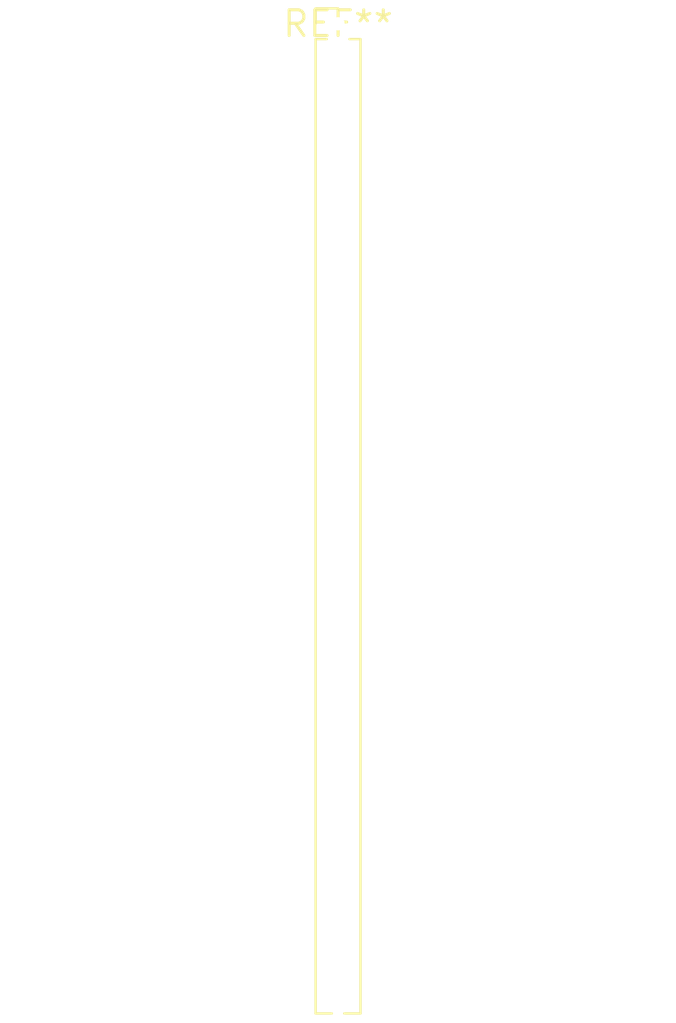
<source format=kicad_pcb>
(kicad_pcb (version 20240108) (generator pcbnew)
  (layers (0 "F.Cu" signal) (31 "B.Cu" signal) (34 "B.Paste" user) (35 "F.Paste" user) (36 "B.SilkS" user "B.Silkscreen") (37 "F.SilkS" user "F.Silkscreen") (38 "B.Mask" user) (39 "F.Mask" user) (44 "Edge.Cuts" user))
  (net 0 "")
  (footprint "PinHeader_1x39_P1.27mm_Vertical" (layer "F.Cu") (at 0 0)
    (property "Reference" "REF**")
    (property "Value" "PinHeader_1x39_P1.27mm_Vertical")
    (fp_line (start -1.11 -0.76) (end 0 -0.76) (layer "F.SilkS") (stroke (width 0.12)))
    (fp_line (start -1.11 0) (end -1.11 -0.76) (layer "F.SilkS") (stroke (width 0.12)))
    (fp_line (start -1.11 0.76) (end -1.11 48.955) (layer "F.SilkS") (stroke (width 0.12)))
    (fp_line (start -1.11 0.76) (end -0.563471 0.76) (layer "F.SilkS") (stroke (width 0.12)))
    (fp_line (start -1.11 48.955) (end -0.30753 48.955) (layer "F.SilkS") (stroke (width 0.12)))
    (fp_line (start 0.30753 48.955) (end 1.11 48.955) (layer "F.SilkS") (stroke (width 0.12)))
    (fp_line (start 0.563471 0.76) (end 1.11 0.76) (layer "F.SilkS") (stroke (width 0.12)))
    (fp_line (start 1.11 0.76) (end 1.11 48.955) (layer "F.SilkS") (stroke (width 0.12)))
    (pad "1" thru_hole rect (at 0 0) (size 1 1) (drill 0.65) (layers *.Cu *.Mask) (remove_unused_layers))
    (pad "2" thru_hole oval (at 0 1.27) (size 1 1) (drill 0.65) (layers *.Cu *.Mask) (remove_unused_layers))
    (pad "3" thru_hole oval (at 0 2.54) (size 1 1) (drill 0.65) (layers *.Cu *.Mask) (remove_unused_layers))
    (pad "4" thru_hole oval (at 0 3.81) (size 1 1) (drill 0.65) (layers *.Cu *.Mask) (remove_unused_layers))
    (pad "5" thru_hole oval (at 0 5.08) (size 1 1) (drill 0.65) (layers *.Cu *.Mask) (remove_unused_layers))
    (pad "6" thru_hole oval (at 0 6.35) (size 1 1) (drill 0.65) (layers *.Cu *.Mask) (remove_unused_layers))
    (pad "7" thru_hole oval (at 0 7.62) (size 1 1) (drill 0.65) (layers *.Cu *.Mask) (remove_unused_layers))
    (pad "8" thru_hole oval (at 0 8.89) (size 1 1) (drill 0.65) (layers *.Cu *.Mask) (remove_unused_layers))
    (pad "9" thru_hole oval (at 0 10.16) (size 1 1) (drill 0.65) (layers *.Cu *.Mask) (remove_unused_layers))
    (pad "10" thru_hole oval (at 0 11.43) (size 1 1) (drill 0.65) (layers *.Cu *.Mask) (remove_unused_layers))
    (pad "11" thru_hole oval (at 0 12.7) (size 1 1) (drill 0.65) (layers *.Cu *.Mask) (remove_unused_layers))
    (pad "12" thru_hole oval (at 0 13.97) (size 1 1) (drill 0.65) (layers *.Cu *.Mask) (remove_unused_layers))
    (pad "13" thru_hole oval (at 0 15.24) (size 1 1) (drill 0.65) (layers *.Cu *.Mask) (remove_unused_layers))
    (pad "14" thru_hole oval (at 0 16.51) (size 1 1) (drill 0.65) (layers *.Cu *.Mask) (remove_unused_layers))
    (pad "15" thru_hole oval (at 0 17.78) (size 1 1) (drill 0.65) (layers *.Cu *.Mask) (remove_unused_layers))
    (pad "16" thru_hole oval (at 0 19.05) (size 1 1) (drill 0.65) (layers *.Cu *.Mask) (remove_unused_layers))
    (pad "17" thru_hole oval (at 0 20.32) (size 1 1) (drill 0.65) (layers *.Cu *.Mask) (remove_unused_layers))
    (pad "18" thru_hole oval (at 0 21.59) (size 1 1) (drill 0.65) (layers *.Cu *.Mask) (remove_unused_layers))
    (pad "19" thru_hole oval (at 0 22.86) (size 1 1) (drill 0.65) (layers *.Cu *.Mask) (remove_unused_layers))
    (pad "20" thru_hole oval (at 0 24.13) (size 1 1) (drill 0.65) (layers *.Cu *.Mask) (remove_unused_layers))
    (pad "21" thru_hole oval (at 0 25.4) (size 1 1) (drill 0.65) (layers *.Cu *.Mask) (remove_unused_layers))
    (pad "22" thru_hole oval (at 0 26.67) (size 1 1) (drill 0.65) (layers *.Cu *.Mask) (remove_unused_layers))
    (pad "23" thru_hole oval (at 0 27.94) (size 1 1) (drill 0.65) (layers *.Cu *.Mask) (remove_unused_layers))
    (pad "24" thru_hole oval (at 0 29.21) (size 1 1) (drill 0.65) (layers *.Cu *.Mask) (remove_unused_layers))
    (pad "25" thru_hole oval (at 0 30.48) (size 1 1) (drill 0.65) (layers *.Cu *.Mask) (remove_unused_layers))
    (pad "26" thru_hole oval (at 0 31.75) (size 1 1) (drill 0.65) (layers *.Cu *.Mask) (remove_unused_layers))
    (pad "27" thru_hole oval (at 0 33.02) (size 1 1) (drill 0.65) (layers *.Cu *.Mask) (remove_unused_layers))
    (pad "28" thru_hole oval (at 0 34.29) (size 1 1) (drill 0.65) (layers *.Cu *.Mask) (remove_unused_layers))
    (pad "29" thru_hole oval (at 0 35.56) (size 1 1) (drill 0.65) (layers *.Cu *.Mask) (remove_unused_layers))
    (pad "30" thru_hole oval (at 0 36.83) (size 1 1) (drill 0.65) (layers *.Cu *.Mask) (remove_unused_layers))
    (pad "31" thru_hole oval (at 0 38.1) (size 1 1) (drill 0.65) (layers *.Cu *.Mask) (remove_unused_layers))
    (pad "32" thru_hole oval (at 0 39.37) (size 1 1) (drill 0.65) (layers *.Cu *.Mask) (remove_unused_layers))
    (pad "33" thru_hole oval (at 0 40.64) (size 1 1) (drill 0.65) (layers *.Cu *.Mask) (remove_unused_layers))
    (pad "34" thru_hole oval (at 0 41.91) (size 1 1) (drill 0.65) (layers *.Cu *.Mask) (remove_unused_layers))
    (pad "35" thru_hole oval (at 0 43.18) (size 1 1) (drill 0.65) (layers *.Cu *.Mask) (remove_unused_layers))
    (pad "36" thru_hole oval (at 0 44.45) (size 1 1) (drill 0.65) (layers *.Cu *.Mask) (remove_unused_layers))
    (pad "37" thru_hole oval (at 0 45.72) (size 1 1) (drill 0.65) (layers *.Cu *.Mask) (remove_unused_layers))
    (pad "38" thru_hole oval (at 0 46.99) (size 1 1) (drill 0.65) (layers *.Cu *.Mask) (remove_unused_layers))
    (pad "39" thru_hole oval (at 0 48.26) (size 1 1) (drill 0.65) (layers *.Cu *.Mask) (remove_unused_layers))
  )
)
</source>
